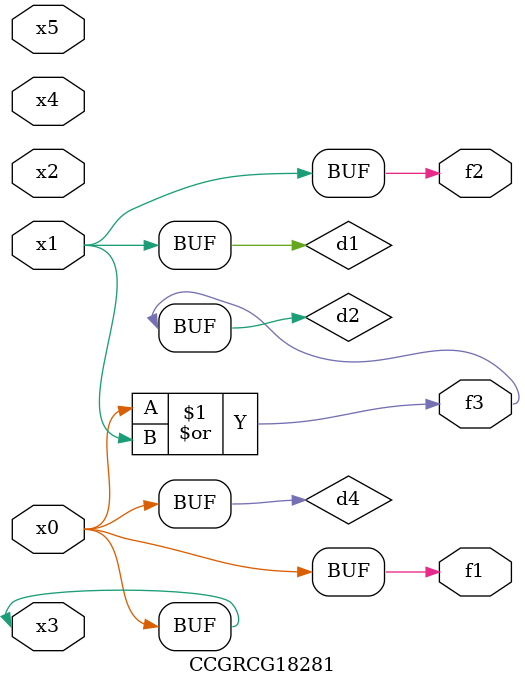
<source format=v>
module CCGRCG18281(
	input x0, x1, x2, x3, x4, x5,
	output f1, f2, f3
);

	wire d1, d2, d3, d4;

	and (d1, x1);
	or (d2, x0, x1);
	nand (d3, x0, x5);
	buf (d4, x0, x3);
	assign f1 = d4;
	assign f2 = d1;
	assign f3 = d2;
endmodule

</source>
